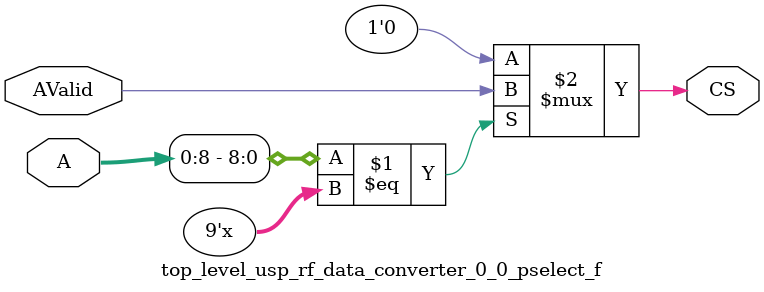
<source format=v>
`timescale 1 ps/1 ps

module top_level_usp_rf_data_converter_0_0_pselect_f ( A, AValid, CS) ;

parameter C_AB  = 9;
parameter C_AW  = 32;
parameter [0:C_AW - 1] C_BAR =  'bz;
parameter C_FAMILY  = "nofamily";
input[0:C_AW-1] A; 
input AValid; 
output CS; 
wire CS;
parameter [0:C_AB-1]BAR = C_BAR[0:C_AB-1];

//----------------------------------------------------------------------------
// Build a behavioral decoder
//----------------------------------------------------------------------------
generate
if (C_AB > 0) begin : XST_WA
assign CS = (A[0:C_AB - 1] == BAR[0:C_AB - 1]) ? AValid : 1'b0 ;
end
endgenerate

generate
if (C_AB == 0) begin : PASS_ON_GEN
assign CS = AValid ;
end
endgenerate
endmodule

</source>
